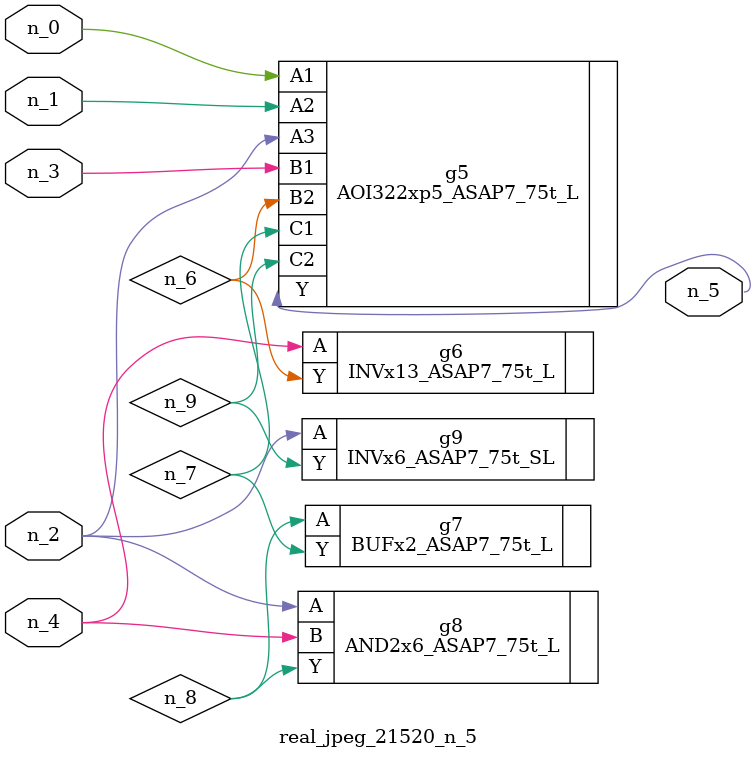
<source format=v>
module real_jpeg_21520_n_5 (n_4, n_0, n_1, n_2, n_3, n_5);

input n_4;
input n_0;
input n_1;
input n_2;
input n_3;

output n_5;

wire n_8;
wire n_6;
wire n_7;
wire n_9;

AOI322xp5_ASAP7_75t_L g5 ( 
.A1(n_0),
.A2(n_1),
.A3(n_2),
.B1(n_3),
.B2(n_6),
.C1(n_7),
.C2(n_9),
.Y(n_5)
);

AND2x6_ASAP7_75t_L g8 ( 
.A(n_2),
.B(n_4),
.Y(n_8)
);

INVx6_ASAP7_75t_SL g9 ( 
.A(n_2),
.Y(n_9)
);

INVx13_ASAP7_75t_L g6 ( 
.A(n_4),
.Y(n_6)
);

BUFx2_ASAP7_75t_L g7 ( 
.A(n_8),
.Y(n_7)
);


endmodule
</source>
